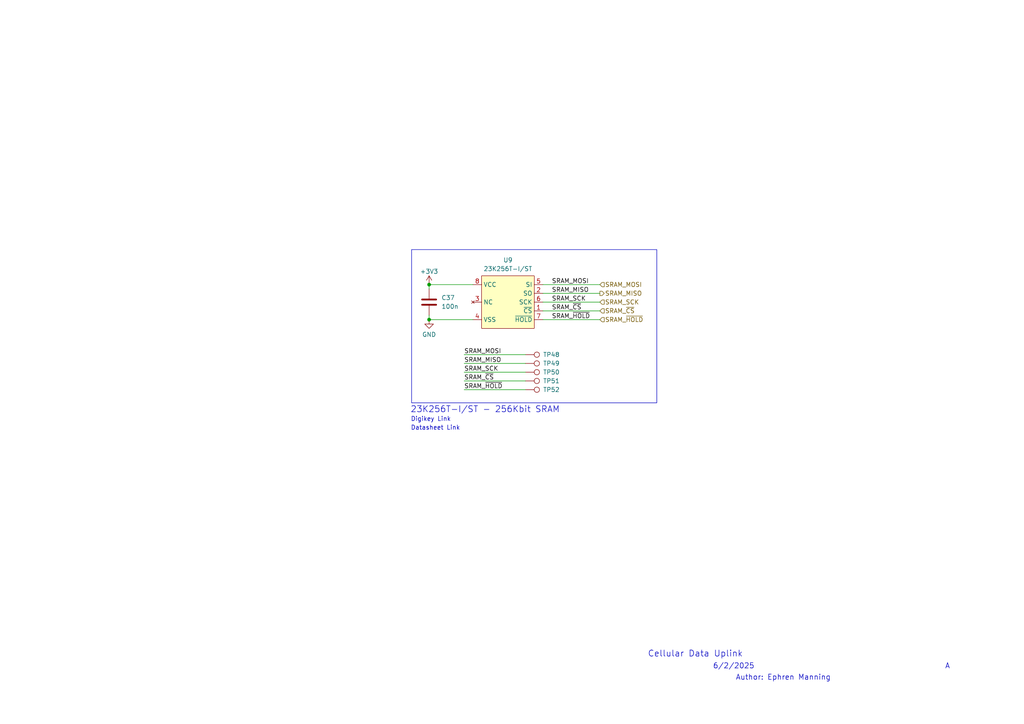
<source format=kicad_sch>
(kicad_sch (version 20250114) (generator "eeschema") (generator_version "9.0")
  (paper "A4")
  (lib_symbols
    (symbol "1_Custom_Library:23K256T-I/ST"
      (property "Reference" "U" (at 0 3.81 0))
      (property "Value" "23K256T-I/ST" (at 0 1.524 0))
      (symbol "23K256T-I/ST_0_0"
        (pin power_in line (at -10.16 -2.54 0) (length 2.54) (name "VCC") (number "8"))
        (pin no_connect line (at -10.16 -7.62 0) (length 2.54) (name "NC") (number "3"))
        (pin power_in line (at -10.16 -12.7 0) (length 2.54) (name "VSS") (number "4"))
        (pin input line (at 10.16 -2.54 180) (length 2.54) (name "SI") (number "5"))
        (pin output line (at 10.16 -5.08 180) (length 2.54) (name "SO") (number "2"))
        (pin input line (at 10.16 -7.62 180) (length 2.54) (name "SCK") (number "6"))
        (pin input line (at 10.16 -10.16 180) (length 2.54) (name "~{CS}") (number "1"))
        (pin input line (at 10.16 -12.7 180) (length 2.54) (name "~{HOLD}") (number "7"))
      )
      (symbol "23K256T-I/ST_1_1"
        (rectangle (start -7.62 0) (end 7.62 -15.24) (fill (type background)))
      )
    )
    (symbol "Connector:TestPoint" (pin_numbers (hide yes)) (pin_names (offset 0.762) (hide yes))
      (property "Reference" "TP" (at 0 6.858 0))
      (property "Value" "TestPoint" (at 0 5.08 0))
      (symbol "TestPoint_0_1"
        (circle (center 0 3.302) (radius 0.762))
      )
      (symbol "TestPoint_1_1"
        (pin passive line (at 0 0 90) (length 2.54) (name "1") (number "1"))
      )
    )
    (symbol "Device:C" (pin_numbers (hide yes)) (pin_names (offset 0.254))
      (property "Reference" "C" (at 0.635 2.54 0))
      (property "Value" "C" (at 0.635 -2.54 0))
      (symbol "C_0_1"
        (polyline (pts (xy -2.032 0.762) (xy 2.032 0.762)) (stroke (width 0.508)))
        (polyline (pts (xy -2.032 -0.762) (xy 2.032 -0.762)) (stroke (width 0.508)))
      )
      (symbol "C_1_1"
        (pin passive line (at 0 3.81 270) (length 2.794) (name "~") (number "1"))
        (pin passive line (at 0 -3.81 90) (length 2.794) (name "~") (number "2"))
      )
    )
    (symbol "power:+3V3" (power) (pin_numbers (hide yes)) (pin_names (offset 0) (hide yes))
      (property "Value" "+3V3" (at 0 3.556 0))
      (symbol "+3V3_0_1"
        (polyline (pts (xy -0.762 1.27) (xy 0 2.54)))
        (polyline (pts (xy 0 2.54) (xy 0.762 1.27)))
        (polyline (pts (xy 0 0) (xy 0 2.54)))
      )
      (symbol "+3V3_1_1"
        (pin power_in line (at 0 0 90) (length 0) (name "~") (number "1"))
      )
    )
    (symbol "power:GND" (power) (pin_numbers (hide yes)) (pin_names (offset 0) (hide yes))
      (property "Value" "GND" (at 0 -3.81 0))
      (symbol "GND_0_1"
        (polyline (pts (xy 0 0) (xy 0 -1.27) (xy 1.27 -1.27) (xy 0 -2.54) (xy -1.27 -1.27) (xy 0 -1.27)))
      )
      (symbol "GND_1_1"
        (pin power_in line (at 0 0 270) (length 0) (name "~") (number "1"))
      )
    )
  )
  (rectangle (start 119.38 72.39) (end 190.5 116.84))
  (text "Datasheet Link" (at 119.126 124.206 0) (effects (font (size 1.27 1.27)) (justify left)))
  (text "Digikey Link" (at 119.126 121.666 0) (effects (font (size 1.27 1.27)) (justify left)))
  (text "23K256T-I/ST - 256Kbit SRAM\n" (at 140.716 118.872 0) (effects (font (size 1.778 1.778))))
  (text "6/2/2025\n" (at 206.756 193.294 0) (effects (font (size 1.524 1.524)) (justify left)))
  (text "A" (at 274.828 193.294 0) (effects (font (size 1.524 1.524))))
  (text "Author: Ephren Manning\n" (at 213.36 196.596 0) (effects (font (size 1.524 1.524)) (justify left)))
  (text "Cellular Data Uplink\n" (at 201.676 189.738 0) (effects (font (size 1.778 1.778))))
  (junction (at 124.46 92.71))
  (junction (at 124.46 82.55))
  (wire (pts (xy 134.62 113.03) (xy 152.4 113.03)))
  (wire (pts (xy 124.46 82.55) (xy 137.16 82.55)))
  (wire (pts (xy 157.48 82.55) (xy 173.99 82.55)))
  (wire (pts (xy 134.62 110.49) (xy 152.4 110.49)))
  (wire (pts (xy 134.62 102.87) (xy 152.4 102.87)))
  (wire (pts (xy 134.62 107.95) (xy 152.4 107.95)))
  (wire (pts (xy 157.48 87.63) (xy 173.99 87.63)))
  (wire (pts (xy 157.48 90.17) (xy 173.99 90.17)))
  (wire (pts (xy 157.48 85.09) (xy 173.99 85.09)))
  (wire (pts (xy 124.46 83.82) (xy 124.46 82.55)))
  (wire (pts (xy 134.62 105.41) (xy 152.4 105.41)))
  (wire (pts (xy 137.16 92.71) (xy 124.46 92.71)))
  (wire (pts (xy 124.46 92.71) (xy 124.46 91.44)))
  (wire (pts (xy 157.48 92.71) (xy 173.99 92.71)))
  (label "SRAM_MOSI" (at 134.62 102.87 0))
  (label "SRAM_SCK" (at 160.02 87.63 0))
  (label "SRAM_~{CS}" (at 160.02 90.17 0))
  (label "SRAM_~{CS}" (at 134.62 110.49 0))
  (label "SRAM_MISO" (at 160.02 85.09 0))
  (label "SRAM_~{HOLD}" (at 160.02 92.71 0))
  (label "SRAM_SCK" (at 134.62 107.95 0))
  (label "SRAM_~{HOLD}" (at 134.62 113.03 0))
  (label "SRAM_MOSI" (at 160.02 82.55 0))
  (label "SRAM_MISO" (at 134.62 105.41 0))
  (hierarchical_label "SRAM_SCK" (shape input) (at 173.99 87.63 0))
  (hierarchical_label "SRAM_~{HOLD}" (shape input) (at 173.99 92.71 0))
  (hierarchical_label "SRAM_MOSI" (shape input) (at 173.99 82.55 0))
  (hierarchical_label "SRAM_~{CS}" (shape input) (at 173.99 90.17 0))
  (hierarchical_label "SRAM_MISO" (shape output) (at 173.99 85.09 0))
  (symbol (lib_id "power:GND") (at 124.46 92.71 0) (unit 1)
    (property "Reference" "#PWR068" (effects (hide yes)))
    (property "Value" "GND" (at 124.46 97.028 0))
    (property "Description" "Power symbol creates a global label with name \"GND\" , ground" (effects (hide yes)))
  )
  (symbol (lib_id "Device:C") (at 124.46 87.63 0) (unit 1)
    (property "Reference" "C37" (at 128.016 86.36 0) (effects (justify left)))
    (property "Value" "100n" (at 128.016 88.9 0) (effects (justify left)))
    (property "Description" "Unpolarized capacitor" (effects (hide yes)))
  )
  (symbol (lib_id "Connector:TestPoint") (at 152.4 113.03 270) (unit 1)
    (property "Reference" "TP52" (at 157.48 113.0299 90) (effects (justify left)))
    (property "Value" "TestPoint" (effects (hide yes)))
    (property "Description" "test point" (effects (hide yes)))
  )
  (symbol (lib_id "power:+3V3") (at 124.46 82.55 0) (unit 1)
    (property "Reference" "#PWR067" (effects (hide yes)))
    (property "Value" "+3V3" (at 124.46 78.74 0))
    (property "Description" "Power symbol creates a global label with name \"+3V3\"" (effects (hide yes)))
  )
  (symbol (lib_id "1_Custom_Library:23K256T-I/ST") (at 147.32 80.01 0) (unit 1)
    (property "Reference" "U9" (at 147.32 75.438 0))
    (property "Value" "23K256T-I/ST" (at 147.32 77.978 0))
    (property "Footprint" "Package_SO:TSSOP-8_4.4x3mm_P0.65mm" (effects (hide yes)))
  )
  (symbol (lib_id "Connector:TestPoint") (at 152.4 110.49 270) (unit 1)
    (property "Reference" "TP51" (at 157.48 110.4899 90) (effects (justify left)))
    (property "Value" "TestPoint" (effects (hide yes)))
    (property "Description" "test point" (effects (hide yes)))
  )
  (symbol (lib_id "Connector:TestPoint") (at 152.4 107.95 270) (unit 1)
    (property "Reference" "TP50" (at 157.48 107.9499 90) (effects (justify left)))
    (property "Value" "TestPoint" (effects (hide yes)))
    (property "Description" "test point" (effects (hide yes)))
  )
  (symbol (lib_id "Connector:TestPoint") (at 152.4 102.87 270) (unit 1)
    (property "Reference" "TP48" (at 157.48 102.8699 90) (effects (justify left)))
    (property "Value" "TestPoint" (effects (hide yes)))
    (property "Description" "test point" (effects (hide yes)))
  )
  (symbol (lib_id "Connector:TestPoint") (at 152.4 105.41 270) (unit 1)
    (property "Reference" "TP49" (at 157.48 105.4099 90) (effects (justify left)))
    (property "Value" "TestPoint" (effects (hide yes)))
    (property "Description" "test point" (effects (hide yes)))
  )
)
</source>
